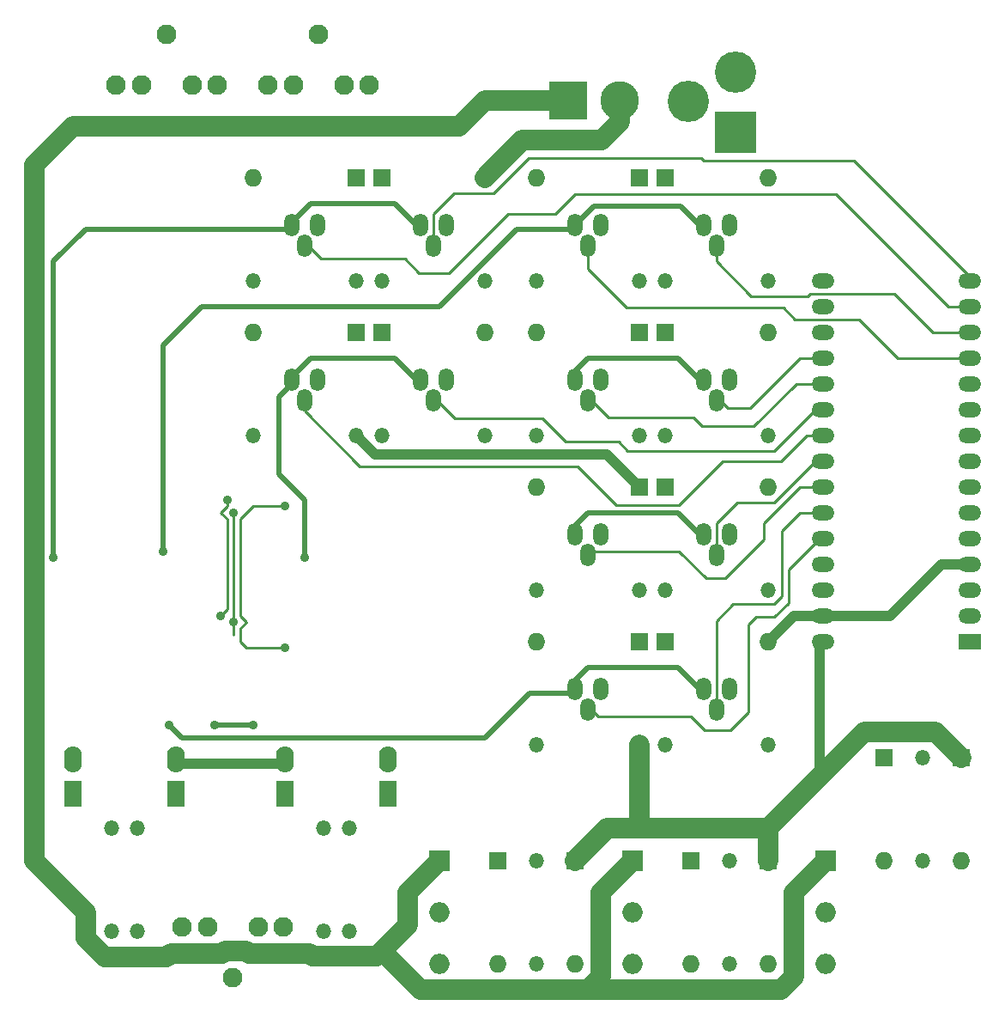
<source format=gbl>
G04 (created by PCBNEW (2013-07-07 BZR 4022)-stable) date Mon 19 Oct 2020 04:14:25 AM CDT*
%MOIN*%
G04 Gerber Fmt 3.4, Leading zero omitted, Abs format*
%FSLAX34Y34*%
G01*
G70*
G90*
G04 APERTURE LIST*
%ADD10C,0.00590551*%
%ADD11O,0.059X0.0885*%
%ADD12C,0.0767717*%
%ADD13O,0.059X0.059*%
%ADD14R,0.069X0.1035*%
%ADD15O,0.069X0.1035*%
%ADD16R,0.069X0.069*%
%ADD17O,0.069X0.069*%
%ADD18R,0.0885X0.059*%
%ADD19O,0.0885X0.059*%
%ADD20R,0.0787402X0.0787402*%
%ADD21O,0.0787402X0.0787402*%
%ADD22R,0.16X0.16*%
%ADD23C,0.16*%
%ADD24R,0.15X0.15*%
%ADD25C,0.15*%
%ADD26C,0.035*%
%ADD27C,0.04*%
%ADD28C,0.08*%
%ADD29C,0.01*%
%ADD30C,0.02*%
G04 APERTURE END LIST*
G54D10*
G54D11*
X51500Y-73852D03*
X51000Y-74647D03*
X50500Y-73852D03*
X45500Y-67852D03*
X45000Y-68647D03*
X44500Y-67852D03*
X56500Y-85852D03*
X56000Y-86647D03*
X55500Y-85852D03*
X56500Y-73852D03*
X56000Y-74647D03*
X55500Y-73852D03*
X40500Y-73852D03*
X40000Y-74647D03*
X39500Y-73852D03*
X51500Y-79852D03*
X51000Y-80647D03*
X50500Y-79852D03*
X56500Y-79852D03*
X56000Y-80647D03*
X55500Y-79852D03*
X56500Y-67852D03*
X56000Y-68647D03*
X55500Y-67852D03*
X51500Y-67852D03*
X51000Y-68647D03*
X50500Y-67852D03*
X45500Y-73852D03*
X45000Y-74647D03*
X44500Y-73852D03*
X40500Y-67852D03*
X40000Y-68647D03*
X39500Y-67852D03*
X51500Y-85852D03*
X51000Y-86647D03*
X50500Y-85852D03*
G54D12*
X37204Y-97047D03*
X36220Y-95078D03*
X38188Y-95078D03*
X35236Y-95078D03*
X39173Y-95078D03*
X40551Y-60433D03*
X41535Y-62401D03*
X39566Y-62401D03*
X42519Y-62401D03*
X38582Y-62401D03*
X34645Y-60433D03*
X35629Y-62401D03*
X33661Y-62401D03*
X36614Y-62401D03*
X32677Y-62401D03*
G54D13*
X54000Y-76000D03*
X58000Y-76000D03*
X42000Y-70000D03*
X38000Y-70000D03*
X53000Y-76000D03*
X49000Y-76000D03*
X53000Y-82000D03*
X49000Y-82000D03*
X43000Y-70000D03*
X47000Y-70000D03*
X43000Y-76000D03*
X47000Y-76000D03*
X54000Y-82000D03*
X58000Y-82000D03*
X53000Y-88000D03*
X49000Y-88000D03*
X54000Y-88000D03*
X58000Y-88000D03*
X53000Y-70000D03*
X49000Y-70000D03*
X54000Y-70000D03*
X58000Y-70000D03*
X42000Y-76000D03*
X38000Y-76000D03*
X49000Y-96500D03*
X49000Y-92500D03*
X56500Y-96500D03*
X56500Y-92500D03*
X64000Y-92500D03*
X64000Y-88500D03*
X40750Y-95250D03*
X40750Y-91250D03*
X41750Y-95250D03*
X41750Y-91250D03*
X33500Y-95250D03*
X33500Y-91250D03*
X32500Y-95250D03*
X32500Y-91250D03*
G54D14*
X35000Y-89922D03*
G54D15*
X35000Y-88577D03*
G54D14*
X39250Y-89922D03*
G54D15*
X39250Y-88577D03*
G54D14*
X43250Y-89922D03*
G54D15*
X43250Y-88577D03*
G54D14*
X31000Y-89922D03*
G54D15*
X31000Y-88577D03*
G54D16*
X65500Y-88500D03*
G54D17*
X65500Y-92500D03*
G54D16*
X62500Y-88500D03*
G54D17*
X62500Y-92500D03*
G54D16*
X55000Y-92500D03*
G54D17*
X55000Y-96500D03*
G54D16*
X47500Y-92500D03*
G54D17*
X47500Y-96500D03*
G54D16*
X58000Y-92500D03*
G54D17*
X58000Y-96500D03*
G54D16*
X50500Y-92500D03*
G54D17*
X50500Y-96500D03*
G54D16*
X42000Y-72000D03*
G54D17*
X38000Y-72000D03*
G54D16*
X43000Y-72000D03*
G54D17*
X47000Y-72000D03*
G54D16*
X54000Y-66000D03*
G54D17*
X58000Y-66000D03*
G54D16*
X53000Y-66000D03*
G54D17*
X49000Y-66000D03*
G54D16*
X43000Y-66000D03*
G54D17*
X47000Y-66000D03*
G54D16*
X42000Y-66000D03*
G54D17*
X38000Y-66000D03*
G54D16*
X53000Y-84000D03*
G54D17*
X49000Y-84000D03*
G54D16*
X54000Y-84000D03*
G54D17*
X58000Y-84000D03*
G54D16*
X54000Y-72000D03*
G54D17*
X58000Y-72000D03*
G54D16*
X53000Y-72000D03*
G54D17*
X49000Y-72000D03*
G54D16*
X53000Y-78000D03*
G54D17*
X49000Y-78000D03*
G54D16*
X54000Y-78000D03*
G54D17*
X58000Y-78000D03*
G54D18*
X65852Y-84000D03*
G54D19*
X65852Y-83000D03*
X65852Y-82000D03*
X65852Y-81000D03*
X60147Y-79000D03*
X60147Y-80000D03*
X60147Y-81000D03*
X65852Y-80000D03*
X65852Y-79000D03*
X65852Y-78000D03*
X60147Y-78000D03*
X60147Y-77000D03*
X60147Y-76000D03*
X65852Y-77000D03*
X65852Y-76000D03*
X65852Y-75000D03*
X65852Y-74000D03*
X65852Y-73000D03*
X65852Y-72000D03*
X65852Y-71000D03*
X60147Y-75000D03*
X60147Y-74000D03*
X60147Y-73000D03*
X60147Y-72000D03*
X60147Y-71000D03*
X60147Y-70000D03*
X65852Y-70000D03*
X60147Y-82000D03*
X60147Y-83000D03*
X60147Y-84000D03*
G54D20*
X60250Y-92500D03*
G54D21*
X60250Y-94500D03*
X60250Y-96500D03*
G54D20*
X52750Y-92500D03*
G54D21*
X52750Y-94500D03*
X52750Y-96500D03*
G54D20*
X45250Y-92500D03*
G54D21*
X45250Y-94500D03*
X45250Y-96500D03*
G54D22*
X56750Y-64250D03*
G54D23*
X56750Y-61900D03*
X54900Y-63050D03*
G54D24*
X50250Y-63000D03*
G54D25*
X52250Y-63000D03*
G54D26*
X30250Y-80750D03*
X34750Y-87250D03*
X38000Y-87250D03*
X36500Y-87250D03*
X34500Y-80500D03*
X40000Y-80750D03*
X39250Y-84250D03*
X39250Y-78750D03*
X37000Y-78500D03*
X36750Y-83000D03*
X37250Y-83250D03*
X37250Y-79000D03*
G54D27*
X42000Y-76000D02*
X42750Y-76750D01*
X51750Y-76750D02*
X53000Y-78000D01*
X42750Y-76750D02*
X51750Y-76750D01*
X60000Y-84000D02*
X60000Y-89250D01*
G54D28*
X53000Y-88000D02*
X53000Y-91250D01*
X50500Y-92500D02*
X51750Y-91250D01*
X51750Y-91250D02*
X53000Y-91250D01*
X53000Y-91250D02*
X58000Y-91250D01*
X65500Y-88500D02*
X64500Y-87500D01*
X58000Y-91250D02*
X58000Y-92500D01*
X61750Y-87500D02*
X60000Y-89250D01*
X60000Y-89250D02*
X58000Y-91250D01*
X64500Y-87500D02*
X61750Y-87500D01*
X32000Y-96000D02*
X32250Y-96250D01*
X42800Y-96200D02*
X43000Y-96000D01*
X40300Y-96200D02*
X42800Y-96200D01*
X40200Y-96100D02*
X40300Y-96200D01*
X37850Y-96100D02*
X40200Y-96100D01*
X37750Y-96000D02*
X37850Y-96100D01*
X36900Y-96000D02*
X37750Y-96000D01*
X36800Y-96100D02*
X36900Y-96000D01*
X34800Y-96100D02*
X36800Y-96100D01*
X34650Y-96250D02*
X34800Y-96100D01*
X32250Y-96250D02*
X34650Y-96250D01*
X51000Y-97500D02*
X58500Y-97500D01*
X59000Y-93750D02*
X60250Y-92500D01*
X59000Y-97000D02*
X59000Y-93750D01*
X58500Y-97500D02*
X59000Y-97000D01*
X43000Y-96000D02*
X44500Y-97500D01*
X44500Y-97500D02*
X46000Y-97500D01*
X46000Y-97500D02*
X50500Y-97500D01*
X50500Y-97500D02*
X51000Y-97500D01*
X51500Y-93750D02*
X52750Y-92500D01*
X51500Y-97000D02*
X51500Y-93750D01*
X51000Y-97500D02*
X51500Y-97000D01*
X29500Y-91000D02*
X29500Y-92500D01*
G54D29*
X32000Y-96000D02*
X35750Y-96000D01*
G54D28*
X31500Y-95500D02*
X32000Y-96000D01*
X31500Y-94500D02*
X31500Y-95500D01*
X29500Y-92500D02*
X31500Y-94500D01*
X29500Y-91000D02*
X29500Y-65500D01*
X29500Y-65500D02*
X31000Y-64000D01*
X31000Y-64000D02*
X46000Y-64000D01*
X46000Y-64000D02*
X47000Y-63000D01*
X47000Y-63000D02*
X50250Y-63000D01*
X44000Y-93750D02*
X45250Y-92500D01*
X43000Y-96000D02*
X44000Y-95000D01*
X44000Y-95000D02*
X44000Y-93750D01*
X47000Y-66000D02*
X48450Y-64550D01*
X52250Y-63850D02*
X52250Y-63000D01*
X51550Y-64550D02*
X52250Y-63850D01*
X48450Y-64550D02*
X51550Y-64550D01*
G54D27*
X58000Y-84000D02*
X59000Y-83000D01*
X59000Y-83000D02*
X60000Y-83000D01*
X60000Y-83000D02*
X62750Y-83000D01*
X62750Y-83000D02*
X64750Y-81000D01*
X64750Y-81000D02*
X66000Y-81000D01*
X35000Y-88750D02*
X39250Y-88750D01*
G54D30*
X50500Y-74000D02*
X50500Y-73500D01*
X54500Y-73000D02*
X55500Y-74000D01*
X51000Y-73000D02*
X54500Y-73000D01*
X50500Y-73500D02*
X51000Y-73000D01*
X31500Y-68000D02*
X39500Y-68000D01*
X30250Y-69250D02*
X31500Y-68000D01*
X30250Y-80750D02*
X30250Y-69250D01*
X39500Y-68000D02*
X39500Y-67750D01*
X43500Y-67000D02*
X44500Y-68000D01*
X40250Y-67000D02*
X43500Y-67000D01*
X39500Y-67750D02*
X40250Y-67000D01*
X50500Y-86000D02*
X50500Y-85500D01*
X54500Y-85000D02*
X55500Y-86000D01*
X51000Y-85000D02*
X54500Y-85000D01*
X50500Y-85500D02*
X51000Y-85000D01*
X48750Y-86000D02*
X50500Y-86000D01*
X47000Y-87750D02*
X48750Y-86000D01*
X35250Y-87750D02*
X47000Y-87750D01*
X34750Y-87250D02*
X35250Y-87750D01*
X36500Y-87250D02*
X38000Y-87250D01*
X50500Y-80000D02*
X50500Y-79500D01*
X54500Y-79000D02*
X55500Y-80000D01*
X51000Y-79000D02*
X54500Y-79000D01*
X50500Y-79500D02*
X51000Y-79000D01*
X50500Y-68000D02*
X50500Y-67850D01*
X54600Y-67100D02*
X55500Y-68000D01*
X51250Y-67100D02*
X54600Y-67100D01*
X50500Y-67850D02*
X51250Y-67100D01*
X50500Y-68000D02*
X48250Y-68000D01*
X34500Y-72500D02*
X34500Y-80500D01*
X36000Y-71000D02*
X34500Y-72500D01*
X45250Y-71000D02*
X36000Y-71000D01*
X48250Y-68000D02*
X45250Y-71000D01*
X39500Y-74000D02*
X39000Y-74500D01*
X40000Y-78500D02*
X40000Y-80750D01*
X39000Y-77500D02*
X40000Y-78500D01*
X39000Y-74500D02*
X39000Y-77500D01*
X39500Y-74000D02*
X39500Y-73750D01*
X43500Y-73000D02*
X44500Y-74000D01*
X40250Y-73000D02*
X43500Y-73000D01*
X39500Y-73750D02*
X40250Y-73000D01*
G54D29*
X56000Y-68500D02*
X56000Y-69250D01*
X64400Y-72000D02*
X66000Y-72000D01*
X62900Y-70500D02*
X64400Y-72000D01*
X59650Y-70500D02*
X62900Y-70500D01*
X59550Y-70600D02*
X59650Y-70500D01*
X57350Y-70600D02*
X59550Y-70600D01*
X56000Y-69250D02*
X57350Y-70600D01*
X56300Y-76600D02*
X58250Y-76600D01*
X45850Y-75350D02*
X49250Y-75350D01*
X49250Y-75350D02*
X50150Y-76250D01*
X50150Y-76250D02*
X52200Y-76250D01*
X52200Y-76250D02*
X52550Y-76600D01*
X52550Y-76600D02*
X56300Y-76600D01*
X45000Y-74500D02*
X45850Y-75350D01*
X59850Y-75000D02*
X60000Y-75000D01*
X58250Y-76600D02*
X59850Y-75000D01*
X60000Y-79000D02*
X59250Y-79000D01*
X56000Y-83200D02*
X56000Y-86500D01*
X56650Y-82550D02*
X56000Y-83200D01*
X58250Y-82550D02*
X56650Y-82550D01*
X58550Y-82250D02*
X58250Y-82550D01*
X58550Y-79700D02*
X58550Y-82250D01*
X59250Y-79000D02*
X58550Y-79700D01*
X56000Y-80500D02*
X56000Y-79400D01*
X59850Y-77000D02*
X60000Y-77000D01*
X58250Y-78600D02*
X59850Y-77000D01*
X56800Y-78600D02*
X58250Y-78600D01*
X56000Y-79400D02*
X56800Y-78600D01*
X56000Y-74500D02*
X56450Y-74950D01*
X59250Y-73000D02*
X60000Y-73000D01*
X57300Y-74950D02*
X59250Y-73000D01*
X56450Y-74950D02*
X57300Y-74950D01*
X66000Y-70000D02*
X61350Y-65350D01*
X45000Y-67400D02*
X45800Y-66600D01*
X45800Y-66600D02*
X47350Y-66600D01*
X47350Y-66600D02*
X48700Y-65250D01*
X48700Y-65250D02*
X55400Y-65250D01*
X55400Y-65250D02*
X55500Y-65350D01*
X55500Y-65350D02*
X58500Y-65350D01*
X45000Y-67400D02*
X45000Y-68500D01*
X61350Y-65350D02*
X58500Y-65350D01*
X40000Y-74500D02*
X40000Y-75050D01*
X59500Y-76000D02*
X60000Y-76000D01*
X58500Y-77000D02*
X59500Y-76000D01*
X56250Y-77000D02*
X58500Y-77000D01*
X54550Y-78700D02*
X56250Y-77000D01*
X52100Y-78700D02*
X54550Y-78700D01*
X50600Y-77200D02*
X52100Y-78700D01*
X42150Y-77200D02*
X50600Y-77200D01*
X40000Y-75050D02*
X42150Y-77200D01*
X51000Y-68500D02*
X51000Y-69550D01*
X63050Y-73000D02*
X66000Y-73000D01*
X61550Y-71500D02*
X63050Y-73000D01*
X59050Y-71500D02*
X61550Y-71500D01*
X58600Y-71050D02*
X59050Y-71500D01*
X52500Y-71050D02*
X58600Y-71050D01*
X51000Y-69550D02*
X52500Y-71050D01*
X51000Y-80500D02*
X54550Y-80500D01*
X59250Y-78000D02*
X60000Y-78000D01*
X57850Y-79400D02*
X59250Y-78000D01*
X57850Y-80050D02*
X57850Y-79400D01*
X56350Y-81550D02*
X57850Y-80050D01*
X55600Y-81550D02*
X56350Y-81550D01*
X54550Y-80500D02*
X55600Y-81550D01*
X60000Y-80000D02*
X58800Y-81200D01*
X51400Y-86900D02*
X51000Y-86500D01*
X55000Y-86900D02*
X51400Y-86900D01*
X55550Y-87450D02*
X55000Y-86900D01*
X56550Y-87450D02*
X55550Y-87450D01*
X57250Y-86750D02*
X56550Y-87450D01*
X57250Y-83350D02*
X57250Y-86750D01*
X57550Y-83050D02*
X57250Y-83350D01*
X58250Y-83050D02*
X57550Y-83050D01*
X58800Y-82500D02*
X58250Y-83050D01*
X58800Y-81200D02*
X58800Y-82500D01*
X66000Y-71000D02*
X65000Y-71000D01*
X40650Y-69150D02*
X43900Y-69150D01*
X43900Y-69150D02*
X44450Y-69700D01*
X44450Y-69700D02*
X45600Y-69700D01*
X45600Y-69700D02*
X46800Y-68500D01*
X46800Y-68500D02*
X47900Y-67400D01*
X47900Y-67400D02*
X49750Y-67400D01*
X49750Y-67400D02*
X50500Y-66650D01*
X50500Y-66650D02*
X58000Y-66650D01*
X40650Y-69150D02*
X40000Y-68500D01*
X60650Y-66650D02*
X58000Y-66650D01*
X65000Y-71000D02*
X60650Y-66650D01*
X51000Y-74500D02*
X51800Y-75300D01*
X59100Y-74000D02*
X60000Y-74000D01*
X57450Y-75650D02*
X59100Y-74000D01*
X55450Y-75650D02*
X57450Y-75650D01*
X55100Y-75300D02*
X55450Y-75650D01*
X51800Y-75300D02*
X55100Y-75300D01*
X37750Y-84250D02*
X39250Y-84250D01*
X37500Y-84000D02*
X37750Y-84250D01*
X37500Y-83500D02*
X37500Y-84000D01*
X37750Y-83250D02*
X37500Y-83500D01*
X37500Y-83000D02*
X37750Y-83250D01*
X37500Y-82250D02*
X37500Y-83000D01*
X37500Y-80000D02*
X37500Y-82250D01*
X37500Y-79250D02*
X37500Y-80000D01*
X38000Y-78750D02*
X37500Y-79250D01*
X39250Y-78750D02*
X38000Y-78750D01*
X37000Y-78750D02*
X37000Y-78500D01*
X36750Y-79000D02*
X37000Y-78750D01*
X37000Y-79250D02*
X36750Y-79000D01*
X37000Y-81250D02*
X37000Y-79250D01*
X37000Y-82500D02*
X37000Y-81250D01*
X37000Y-82750D02*
X37000Y-82500D01*
X36750Y-83000D02*
X37000Y-82750D01*
X37250Y-83750D02*
X37250Y-83250D01*
X37250Y-79000D02*
X37250Y-83750D01*
M02*

</source>
